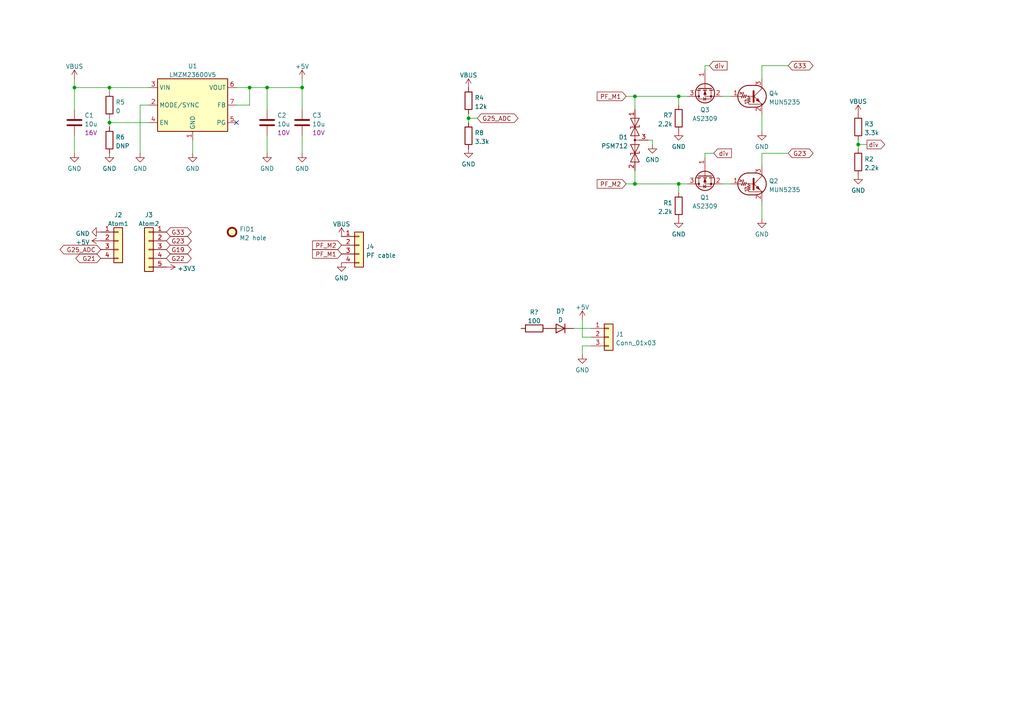
<source format=kicad_sch>
(kicad_sch (version 20211123) (generator eeschema)
  (paper "A4")
  (lib_symbols
    (symbol "Connector_Generic:Conn_01x03" (pin_names (offset 1.016) hide)
      (property "Reference" "J" (at 0 5.08 0))
      (property "Value" "Conn_01x03" (at 0 -5.08 0))
      (symbol "Conn_01x03_1_1"
        (rectangle (start -1.27 -2.413) (end 0 -2.667) (stroke (width 0.1524)))
        (rectangle (start -1.27 0.127) (end 0 -0.127) (stroke (width 0.1524)))
        (rectangle (start -1.27 2.667) (end 0 2.413) (stroke (width 0.1524)))
        (rectangle (start -1.27 3.81) (end 1.27 -3.81) (stroke (width 0.254)) (fill (type background)))
        (pin passive line (at -5.08 2.54 0) (length 3.81) (name "Pin_1") (number "1"))
        (pin passive line (at -5.08 0 0) (length 3.81) (name "Pin_2") (number "2"))
        (pin passive line (at -5.08 -2.54 0) (length 3.81) (name "Pin_3") (number "3"))
      )
    )
    (symbol "Connector_Generic:Conn_01x04" (pin_names (offset 1.016) hide)
      (property "Reference" "J" (at 0 5.08 0))
      (property "Value" "Conn_01x04" (at 0 -7.62 0))
      (symbol "Conn_01x04_1_1"
        (rectangle (start -1.27 -4.953) (end 0 -5.207) (stroke (width 0.1524)))
        (rectangle (start -1.27 -2.413) (end 0 -2.667) (stroke (width 0.1524)))
        (rectangle (start -1.27 0.127) (end 0 -0.127) (stroke (width 0.1524)))
        (rectangle (start -1.27 2.667) (end 0 2.413) (stroke (width 0.1524)))
        (rectangle (start -1.27 3.81) (end 1.27 -6.35) (stroke (width 0.254)) (fill (type background)))
        (pin passive line (at -5.08 2.54 0) (length 3.81) (name "Pin_1") (number "1"))
        (pin passive line (at -5.08 0 0) (length 3.81) (name "Pin_2") (number "2"))
        (pin passive line (at -5.08 -2.54 0) (length 3.81) (name "Pin_3") (number "3"))
        (pin passive line (at -5.08 -5.08 0) (length 3.81) (name "Pin_4") (number "4"))
      )
    )
    (symbol "Connector_Generic:Conn_01x05" (pin_names (offset 1.016) hide)
      (property "Reference" "J" (at 0 7.62 0))
      (property "Value" "Conn_01x05" (at 0 -7.62 0))
      (symbol "Conn_01x05_1_1"
        (rectangle (start -1.27 -4.953) (end 0 -5.207) (stroke (width 0.1524)))
        (rectangle (start -1.27 -2.413) (end 0 -2.667) (stroke (width 0.1524)))
        (rectangle (start -1.27 0.127) (end 0 -0.127) (stroke (width 0.1524)))
        (rectangle (start -1.27 2.667) (end 0 2.413) (stroke (width 0.1524)))
        (rectangle (start -1.27 5.207) (end 0 4.953) (stroke (width 0.1524)))
        (rectangle (start -1.27 6.35) (end 1.27 -6.35) (stroke (width 0.254)) (fill (type background)))
        (pin passive line (at -5.08 5.08 0) (length 3.81) (name "Pin_1") (number "1"))
        (pin passive line (at -5.08 2.54 0) (length 3.81) (name "Pin_2") (number "2"))
        (pin passive line (at -5.08 0 0) (length 3.81) (name "Pin_3") (number "3"))
        (pin passive line (at -5.08 -2.54 0) (length 3.81) (name "Pin_4") (number "4"))
        (pin passive line (at -5.08 -5.08 0) (length 3.81) (name "Pin_5") (number "5"))
      )
    )
    (symbol "Device:C" (pin_numbers hide) (pin_names (offset 0.254))
      (property "Reference" "C" (at 0.635 2.54 0))
      (property "Value" "C" (at 0.635 -2.54 0))
      (symbol "C_0_1"
        (polyline (pts (xy -2.032 -0.762) (xy 2.032 -0.762)) (stroke (width 0.508)))
        (polyline (pts (xy -2.032 0.762) (xy 2.032 0.762)) (stroke (width 0.508)))
      )
      (symbol "C_1_1"
        (pin passive line (at 0 3.81 270) (length 2.794) (name "~") (number "1"))
        (pin passive line (at 0 -3.81 90) (length 2.794) (name "~") (number "2"))
      )
    )
    (symbol "Device:D" (pin_numbers hide) (pin_names (offset 1.016) hide)
      (property "Reference" "D" (at 0 2.54 0))
      (property "Value" "D" (at 0 -2.54 0))
      (symbol "D_0_1"
        (polyline (pts (xy -1.27 1.27) (xy -1.27 -1.27)) (stroke (width 0.254)))
        (polyline (pts (xy 1.27 0) (xy -1.27 0)))
        (polyline (pts (xy 1.27 1.27) (xy 1.27 -1.27) (xy -1.27 0) (xy 1.27 1.27)) (stroke (width 0.254)))
      )
      (symbol "D_1_1"
        (pin passive line (at -3.81 0 0) (length 2.54) (name "K") (number "1"))
        (pin passive line (at 3.81 0 180) (length 2.54) (name "A") (number "2"))
      )
    )
    (symbol "Device:Q_NMOS_GSD" (pin_names (offset 0) hide)
      (property "Reference" "Q" (at 5.08 1.27 0))
      (property "Value" "Q_NMOS_GSD" (at 5.08 -1.27 0))
      (symbol "Q_NMOS_GSD_0_1"
        (polyline (pts (xy 0.254 0) (xy -2.54 0)))
        (polyline (pts (xy 0.254 1.905) (xy 0.254 -1.905)) (stroke (width 0.254)))
        (polyline (pts (xy 0.762 -1.27) (xy 0.762 -2.286)) (stroke (width 0.254)))
        (polyline (pts (xy 0.762 0.508) (xy 0.762 -0.508)) (stroke (width 0.254)))
        (polyline (pts (xy 0.762 2.286) (xy 0.762 1.27)) (stroke (width 0.254)))
        (polyline (pts (xy 2.54 2.54) (xy 2.54 1.778)))
        (polyline (pts (xy 2.54 -2.54) (xy 2.54 0) (xy 0.762 0)))
        (polyline (pts (xy 0.762 -1.778) (xy 3.302 -1.778) (xy 3.302 1.778) (xy 0.762 1.778)))
        (polyline (pts (xy 1.016 0) (xy 2.032 0.381) (xy 2.032 -0.381) (xy 1.016 0)) (fill (type outline)))
        (polyline (pts (xy 2.794 0.508) (xy 2.921 0.381) (xy 3.683 0.381) (xy 3.81 0.254)))
        (polyline (pts (xy 3.302 0.381) (xy 2.921 -0.254) (xy 3.683 -0.254) (xy 3.302 0.381)))
        (circle (center 1.651 0) (radius 2.794) (stroke (width 0.254)))
        (circle (center 2.54 -1.778) (radius 0.254) (fill (type outline)))
        (circle (center 2.54 1.778) (radius 0.254) (fill (type outline)))
      )
      (symbol "Q_NMOS_GSD_1_1"
        (pin input line (at -5.08 0 0) (length 2.54) (name "G") (number "1"))
        (pin passive line (at 2.54 -5.08 90) (length 2.54) (name "S") (number "2"))
        (pin passive line (at 2.54 5.08 270) (length 2.54) (name "D") (number "3"))
      )
    )
    (symbol "Device:R" (pin_numbers hide) (pin_names (offset 0))
      (property "Reference" "R" (at 2.032 0 90))
      (property "Value" "R" (at 0 0 90))
      (symbol "R_0_1"
        (rectangle (start -1.016 -2.54) (end 1.016 2.54) (stroke (width 0.254)))
      )
      (symbol "R_1_1"
        (pin passive line (at 0 3.81 270) (length 1.27) (name "~") (number "1"))
        (pin passive line (at 0 -3.81 90) (length 1.27) (name "~") (number "2"))
      )
    )
    (symbol "Diode:SM712_SOT23" (pin_names (offset 1.016) hide)
      (property "Reference" "D" (at 0 4.445 0))
      (property "Value" "SM712_SOT23" (at 0 2.54 0))
      (symbol "SM712_SOT23_0_0"
        (polyline (pts (xy 0 -1.27) (xy 0 0)))
      )
      (symbol "SM712_SOT23_0_1"
        (polyline (pts (xy -6.35 0) (xy 6.35 0)))
        (polyline (pts (xy -3.302 1.27) (xy -3.81 1.27) (xy -3.81 -1.27) (xy -4.318 -1.27)) (stroke (width 0.2032)))
        (polyline (pts (xy 4.318 1.27) (xy 3.81 1.27) (xy 3.81 -1.27) (xy 3.302 -1.27)) (stroke (width 0.2032)))
        (polyline (pts (xy -6.35 -1.27) (xy -1.27 1.27) (xy -1.27 -1.27) (xy -6.35 1.27) (xy -6.35 -1.27)) (stroke (width 0.2032)))
        (polyline (pts (xy 1.27 -1.27) (xy 1.27 1.27) (xy 6.35 -1.27) (xy 6.35 1.27) (xy 1.27 -1.27)) (stroke (width 0.2032)))
        (circle (center 0 0) (radius 0.254) (fill (type outline)))
      )
      (symbol "SM712_SOT23_1_1"
        (pin passive line (at -8.89 0 0) (length 2.54) (name "A1") (number "1"))
        (pin passive line (at 8.89 0 180) (length 2.54) (name "A2") (number "2"))
        (pin input line (at 0 -3.81 90) (length 2.54) (name "common") (number "3"))
      )
    )
    (symbol "Mechanical:Fiducial"
      (property "Reference" "FID" (at 0 5.08 0))
      (property "Value" "Fiducial" (at 0 3.175 0))
      (symbol "Fiducial_0_1"
        (circle (center 0 0) (radius 1.27) (stroke (width 0.508)) (fill (type background)))
      )
    )
    (symbol "Regulator_Switching:LMZM23600V5"
      (property "Reference" "U" (at -8.89 8.89 0))
      (property "Value" "LMZM23600V5" (at 6.35 8.89 0))
      (symbol "LMZM23600V5_0_1"
        (rectangle (start -10.16 7.62) (end 10.16 -7.62) (stroke (width 0.254)) (fill (type background)))
      )
      (symbol "LMZM23600V5_1_1"
        (pin power_in line (at 0 -10.16 90) (length 2.54) (name "GND") (number "1"))
        (pin no_connect line (at -2.54 -7.62 90) (length 2.54) hide (name "~") (number "10"))
        (pin passive line (at 0 -10.16 90) (length 2.54) hide (name "GND") (number "11"))
        (pin input line (at -12.7 0 0) (length 2.54) (name "MODE/SYNC") (number "2"))
        (pin power_in line (at -12.7 5.08 0) (length 2.54) (name "VIN") (number "3"))
        (pin input line (at -12.7 -5.08 0) (length 2.54) (name "EN") (number "4"))
        (pin open_collector line (at 12.7 -5.08 180) (length 2.54) (name "PG") (number "5"))
        (pin power_out line (at 12.7 5.08 180) (length 2.54) (name "VOUT") (number "6"))
        (pin input line (at 12.7 0 180) (length 2.54) (name "FB") (number "7"))
        (pin no_connect line (at 5.08 -7.62 90) (length 2.54) hide (name "~") (number "8"))
        (pin no_connect line (at 2.54 -7.62 90) (length 2.54) hide (name "~") (number "9"))
      )
    )
    (symbol "Transistor_BJT:DTC123J" (pin_names (offset 0) hide)
      (property "Reference" "Q" (at 5.08 1.905 0))
      (property "Value" "DTC123J" (at 5.08 0 0))
      (symbol "DTC123J_0_0"
        (text "2k2" (at -3.302 0.889 0) (effects (font (size 0.508 0.508))))
        (text "47k" (at -2.159 -1.524 900) (effects (font (size 0.508 0.508))))
      )
      (symbol "DTC123J_0_1"
        (circle (center -1.27 0) (radius 0.127))
        (arc (start -1.27 3.175) (mid -4.445 0) (end -1.27 -3.175) (stroke (width 0.254)))
        (polyline (pts (xy -3.429 0) (xy -3.81 0)))
        (polyline (pts (xy -1.27 -3.175) (xy 0.635 -3.175)) (stroke (width 0.254)))
        (polyline (pts (xy -1.27 3.175) (xy 0.635 3.175)) (stroke (width 0.254)))
        (polyline (pts (xy 0 -0.254) (xy 2.54 2.286)))
        (polyline (pts (xy 0.127 1.524) (xy 0.127 -1.651)) (stroke (width 0.508)) (fill (type outline)))
        (polyline (pts (xy 2.54 2.286) (xy 2.54 2.54)))
        (polyline (pts (xy 2.54 -2.286) (xy 0 0.254) (xy 0 0.254)))
        (polyline (pts (xy 0.889 -1.143) (xy 1.397 -0.635) (xy 1.905 -1.651) (xy 0.889 -1.143)) (fill (type outline)))
        (polyline (pts (xy 0 0) (xy -1.905 0) (xy -2.032 0.508) (xy -2.286 -0.508) (xy -2.54 0.508) (xy -2.794 -0.508) (xy -3.048 0.508) (xy -3.302 -0.508) (xy -3.429 0)))
        (polyline (pts (xy -1.27 0) (xy -1.27 -0.381) (xy -0.762 -0.508) (xy -1.778 -0.762) (xy -0.762 -1.016) (xy -1.778 -1.27) (xy -0.762 -1.524) (xy -1.778 -1.778) (xy -1.27 -1.905) (xy -1.27 -2.286) (xy 2.54 -2.286)))
        (arc (start 0.635 -3.175) (mid 3.81 0) (end 0.635 3.175) (stroke (width 0.254)))
        (circle (center 2.54 -2.286) (radius 0.127))
      )
      (symbol "DTC123J_1_1"
        (pin input line (at -6.35 0 0) (length 2.54) (name "B") (number "1"))
        (pin passive line (at 2.54 -5.08 90) (length 2.54) (name "E") (number "2"))
        (pin passive line (at 2.54 5.08 270) (length 2.54) (name "C") (number "3"))
      )
    )
    (symbol "power:+3.3V" (power) (pin_names (offset 0))
      (property "Value" "+3.3V" (at 0 3.556 0))
      (symbol "+3.3V_0_1"
        (polyline (pts (xy -0.762 1.27) (xy 0 2.54)))
        (polyline (pts (xy 0 0) (xy 0 2.54)))
        (polyline (pts (xy 0 2.54) (xy 0.762 1.27)))
      )
      (symbol "+3.3V_1_1"
        (pin power_in line (at 0 0 90) (length 0) hide (name "+3V3") (number "1"))
      )
    )
    (symbol "power:+5V" (power) (pin_names (offset 0))
      (property "Value" "+5V" (at 0 3.556 0))
      (symbol "+5V_0_1"
        (polyline (pts (xy -0.762 1.27) (xy 0 2.54)))
        (polyline (pts (xy 0 0) (xy 0 2.54)))
        (polyline (pts (xy 0 2.54) (xy 0.762 1.27)))
      )
      (symbol "+5V_1_1"
        (pin power_in line (at 0 0 90) (length 0) hide (name "+5V") (number "1"))
      )
    )
    (symbol "power:GND" (power) (pin_names (offset 0))
      (property "Value" "GND" (at 0 -3.81 0))
      (symbol "GND_0_1"
        (polyline (pts (xy 0 0) (xy 0 -1.27) (xy 1.27 -1.27) (xy 0 -2.54) (xy -1.27 -1.27) (xy 0 -1.27)))
      )
      (symbol "GND_1_1"
        (pin power_in line (at 0 0 270) (length 0) hide (name "GND") (number "1"))
      )
    )
    (symbol "power:VBUS" (power) (pin_names (offset 0))
      (property "Value" "VBUS" (at 0 3.81 0))
      (symbol "VBUS_0_1"
        (polyline (pts (xy -0.762 1.27) (xy 0 2.54)))
        (polyline (pts (xy 0 0) (xy 0 2.54)))
        (polyline (pts (xy 0 2.54) (xy 0.762 1.27)))
      )
      (symbol "VBUS_1_1"
        (pin power_in line (at 0 0 90) (length 0) hide (name "VBUS") (number "1"))
      )
    )
  )
  (junction (at 77.47 25.4))
  (junction (at 87.63 25.4))
  (junction (at 72.39 25.4))
  (junction (at 184.15 53.34))
  (junction (at 31.75 35.56))
  (junction (at 248.92 41.91))
  (junction (at 196.85 27.94))
  (junction (at 184.15 27.94))
  (junction (at 21.59 25.4))
  (junction (at 135.89 34.29))
  (junction (at 31.75 25.4))
  (junction (at 196.85 53.34))
  (no_connect (at 68.58 35.56))
  (wire (pts (xy 209.55 53.34) (xy 212.09 53.34)))
  (wire (pts (xy 220.98 58.42) (xy 220.98 63.5)))
  (wire (pts (xy 135.89 33.02) (xy 135.89 34.29)))
  (wire (pts (xy 205.74 19.05) (xy 204.47 19.05)))
  (wire (pts (xy 181.61 53.34) (xy 184.15 53.34)))
  (wire (pts (xy 248.92 40.64) (xy 248.92 41.91)))
  (wire (pts (xy 135.89 34.29) (xy 138.43 34.29)))
  (wire (pts (xy 21.59 25.4) (xy 31.75 25.4)))
  (wire (pts (xy 168.91 100.33) (xy 171.45 100.33)))
  (wire (pts (xy 40.64 30.48) (xy 40.64 44.45)))
  (wire (pts (xy 220.98 48.26) (xy 220.98 44.45)))
  (wire (pts (xy 220.98 22.86) (xy 220.98 19.05)))
  (wire (pts (xy 77.47 25.4) (xy 87.63 25.4)))
  (wire (pts (xy 168.91 97.79) (xy 168.91 92.71)))
  (wire (pts (xy 199.39 27.94) (xy 196.85 27.94)))
  (wire (pts (xy 31.75 25.4) (xy 43.18 25.4)))
  (wire (pts (xy 187.96 40.64) (xy 189.23 40.64)))
  (wire (pts (xy 72.39 25.4) (xy 72.39 30.48)))
  (wire (pts (xy 196.85 53.34) (xy 196.85 55.88)))
  (wire (pts (xy 189.23 40.64) (xy 189.23 41.91)))
  (wire (pts (xy 43.18 30.48) (xy 40.64 30.48)))
  (wire (pts (xy 55.88 40.64) (xy 55.88 44.45)))
  (wire (pts (xy 21.59 39.37) (xy 21.59 44.45)))
  (wire (pts (xy 199.39 53.34) (xy 196.85 53.34)))
  (wire (pts (xy 77.47 39.37) (xy 77.47 44.45)))
  (wire (pts (xy 196.85 27.94) (xy 196.85 30.48)))
  (wire (pts (xy 171.45 97.79) (xy 168.91 97.79)))
  (wire (pts (xy 184.15 53.34) (xy 196.85 53.34)))
  (wire (pts (xy 68.58 30.48) (xy 72.39 30.48)))
  (wire (pts (xy 184.15 49.53) (xy 184.15 53.34)))
  (wire (pts (xy 204.47 19.05) (xy 204.47 20.32)))
  (wire (pts (xy 168.91 102.87) (xy 168.91 100.33)))
  (wire (pts (xy 135.89 34.29) (xy 135.89 35.56)))
  (wire (pts (xy 31.75 34.29) (xy 31.75 35.56)))
  (wire (pts (xy 77.47 25.4) (xy 77.47 31.75)))
  (wire (pts (xy 87.63 39.37) (xy 87.63 44.45)))
  (wire (pts (xy 184.15 27.94) (xy 184.15 31.75)))
  (wire (pts (xy 31.75 35.56) (xy 31.75 36.83)))
  (wire (pts (xy 21.59 25.4) (xy 21.59 31.75)))
  (wire (pts (xy 21.59 22.86) (xy 21.59 25.4)))
  (wire (pts (xy 68.58 25.4) (xy 72.39 25.4)))
  (wire (pts (xy 207.01 44.45) (xy 204.47 44.45)))
  (wire (pts (xy 248.92 41.91) (xy 248.92 43.18)))
  (wire (pts (xy 220.98 44.45) (xy 228.6 44.45)))
  (wire (pts (xy 204.47 44.45) (xy 204.47 45.72)))
  (wire (pts (xy 87.63 25.4) (xy 87.63 31.75)))
  (wire (pts (xy 220.98 33.02) (xy 220.98 38.1)))
  (wire (pts (xy 209.55 27.94) (xy 212.09 27.94)))
  (wire (pts (xy 72.39 25.4) (xy 77.47 25.4)))
  (wire (pts (xy 181.61 27.94) (xy 184.15 27.94)))
  (wire (pts (xy 166.37 95.25) (xy 171.45 95.25)))
  (wire (pts (xy 31.75 25.4) (xy 31.75 26.67)))
  (wire (pts (xy 31.75 35.56) (xy 43.18 35.56)))
  (wire (pts (xy 87.63 22.86) (xy 87.63 25.4)))
  (wire (pts (xy 248.92 41.91) (xy 251.46 41.91)))
  (wire (pts (xy 220.98 19.05) (xy 228.6 19.05)))
  (wire (pts (xy 184.15 27.94) (xy 196.85 27.94)))
  (global_label "PF_M2" (shape input) (at 99.06 71.12 180) (property "Intersheet References" "${INTERSHEET_REFS}" (effects hide)))
  (global_label "G25_ADC" (shape bidirectional) (at 29.21 72.39 180) (property "Intersheet References" "${INTERSHEET_REFS}" (effects hide)))
  (global_label "div" (shape input) (at 207.01 44.45 0) (property "Intersheet References" "${INTERSHEET_REFS}" (effects hide)))
  (global_label "G22" (shape bidirectional) (at 48.26 74.93 0) (property "Intersheet References" "${INTERSHEET_REFS}" (effects hide)))
  (global_label "PF_M1" (shape input) (at 99.06 73.66 180) (property "Intersheet References" "${INTERSHEET_REFS}" (effects hide)))
  (global_label "G33" (shape bidirectional) (at 48.26 67.31 0) (property "Intersheet References" "${INTERSHEET_REFS}" (effects hide)))
  (global_label "G33" (shape bidirectional) (at 228.6 19.05 0) (property "Intersheet References" "${INTERSHEET_REFS}" (effects hide)))
  (global_label "G23" (shape bidirectional) (at 228.6 44.45 0) (property "Intersheet References" "${INTERSHEET_REFS}" (effects hide)))
  (global_label "PF_M1" (shape input) (at 181.61 27.94 180) (property "Intersheet References" "${INTERSHEET_REFS}" (effects hide)))
  (global_label "div" (shape output) (at 251.46 41.91 0) (property "Intersheet References" "${INTERSHEET_REFS}" (effects hide)))
  (global_label "G19" (shape bidirectional) (at 48.26 72.39 0) (property "Intersheet References" "${INTERSHEET_REFS}" (effects hide)))
  (global_label "div" (shape input) (at 205.74 19.05 0) (property "Intersheet References" "${INTERSHEET_REFS}" (effects hide)))
  (global_label "G21" (shape bidirectional) (at 29.21 74.93 180) (property "Intersheet References" "${INTERSHEET_REFS}" (effects hide)))
  (global_label "G23" (shape bidirectional) (at 48.26 69.85 0) (property "Intersheet References" "${INTERSHEET_REFS}" (effects hide)))
  (global_label "G25_ADC" (shape bidirectional) (at 138.43 34.29 0) (property "Intersheet References" "${INTERSHEET_REFS}" (effects hide)))
  (global_label "PF_M2" (shape input) (at 181.61 53.34 180) (property "Intersheet References" "${INTERSHEET_REFS}" (effects hide)))
  (symbol (lib_id "Device:R") (at 31.75 30.48 0) (unit 1)
    (property "Reference" "R5" (at 33.528 29.6453 0) (effects (justify left)))
    (property "Value" "0" (at 33.528 32.1822 0) (effects (justify left)))
    (property "Footprint" "Resistor_SMD:R_0402_1005Metric" (effects hide))
  )
  (symbol (lib_id "power:+3.3V") (at 48.26 77.47 270) (unit 1)
    (property "Reference" "#PWR0112" (effects hide))
    (property "Value" "+3.3V" (at 51.435 77.9038 90) (effects (justify left)))
  )
  (symbol (lib_id "power:GND") (at 196.85 63.5 0) (unit 1)
    (property "Reference" "#PWR0101" (effects hide))
    (property "Value" "GND" (at 196.85 67.9434 0))
  )
  (symbol (lib_id "Transistor_BJT:DTC123J") (at 218.44 53.34 0) (unit 1)
    (property "Reference" "Q2" (at 223.012 52.5053 0) (effects (justify left)))
    (property "Value" "MUN5235" (at 223.012 55.0422 0) (effects (justify left)))
    (property "Footprint" "Package_TO_SOT_SMD:SOT-323_SC-70" (effects hide))
  )
  (symbol (lib_id "power:GND") (at 21.59 44.45 0) (unit 1)
    (property "Reference" "#PWR0109" (effects hide))
    (property "Value" "GND" (at 21.59 48.8934 0))
  )
  (symbol (lib_id "Device:R") (at 31.75 40.64 0) (unit 1)
    (property "Reference" "R6" (at 33.528 39.8053 0) (effects (justify left)))
    (property "Value" "DNP" (at 33.528 42.3422 0) (effects (justify left)))
    (property "Footprint" "Resistor_SMD:R_0402_1005Metric" (effects hide))
  )
  (symbol (lib_id "power:GND") (at 99.06 76.2 0) (unit 1)
    (property "Reference" "#PWR0113" (effects hide))
    (property "Value" "GND" (at 99.06 80.6434 0))
  )
  (symbol (lib_id "power:GND") (at 29.21 67.31 270) (unit 1)
    (property "Reference" "#PWR0110" (effects hide))
    (property "Value" "GND" (at 26.0351 67.7438 90) (effects (justify right)))
  )
  (symbol (lib_id "Device:R") (at 135.89 39.37 0) (unit 1)
    (property "Reference" "R8" (at 137.668 38.5353 0) (effects (justify left)))
    (property "Value" "3.3k" (at 137.668 41.0722 0) (effects (justify left)))
    (property "Footprint" "Resistor_SMD:R_0402_1005Metric" (effects hide))
  )
  (symbol (lib_id "Device:R") (at 196.85 59.69 0) (unit 1)
    (property "Reference" "R1" (at 195.0721 58.8553 0) (effects (justify right)))
    (property "Value" "2.2k" (at 195.0721 61.3922 0) (effects (justify right)))
    (property "Footprint" "Resistor_SMD:R_0805_2012Metric" (effects hide))
  )
  (symbol (lib_id "power:GND") (at 135.89 43.18 0) (unit 1)
    (property "Reference" "#PWR0117" (effects hide))
    (property "Value" "GND" (at 135.89 47.6234 0))
  )
  (symbol (lib_id "Connector_Generic:Conn_01x04") (at 34.29 69.85 0) (unit 1)
    (property "Reference" "J2" (at 34.29 62.3402 0))
    (property "Value" "Atom1" (at 34.29 64.8771 0))
    (property "Footprint" "Connector_PinHeader_2.54mm:PinHeader_1x04_P2.54mm_Vertical" (effects hide))
  )
  (symbol (lib_id "Connector_Generic:Conn_01x04") (at 104.14 71.12 0) (unit 1)
    (property "Reference" "J4" (at 106.172 71.5553 0) (effects (justify left)))
    (property "Value" "PF cable" (at 106.172 74.0922 0) (effects (justify left)))
    (property "Footprint" "Connector_PinHeader_1.27mm:PinHeader_1x04_P1.27mm_Vertical" (effects hide))
  )
  (symbol (lib_id "power:GND") (at 220.98 38.1 0) (unit 1)
    (property "Reference" "#PWR0120" (effects hide))
    (property "Value" "GND" (at 220.98 42.5434 0))
  )
  (symbol (lib_id "power:GND") (at 55.88 44.45 0) (unit 1)
    (property "Reference" "#PWR0105" (effects hide))
    (property "Value" "GND" (at 55.88 48.8934 0))
  )
  (symbol (lib_id "Device:C") (at 87.63 35.56 0) (unit 1)
    (property "Reference" "C3" (at 90.551 33.4569 0) (effects (justify left)))
    (property "Value" "10u" (at 90.551 35.9938 0) (effects (justify left)))
    (property "Footprint" "Capacitor_SMD:C_0805_2012Metric" (effects hide))
    (property "Rating" "10V" (at 90.551 38.5307 0) (effects (justify left)))
  )
  (symbol (lib_id "power:GND") (at 189.23 41.91 0) (unit 1)
    (property "Reference" "#PWR0104" (effects hide))
    (property "Value" "GND" (at 189.23 46.3534 0))
  )
  (symbol (lib_id "Device:R") (at 135.89 29.21 0) (unit 1)
    (property "Reference" "R4" (at 137.668 28.3753 0) (effects (justify left)))
    (property "Value" "12k" (at 137.668 30.9122 0) (effects (justify left)))
    (property "Footprint" "Resistor_SMD:R_0402_1005Metric" (effects hide))
  )
  (symbol (lib_id "Connector_Generic:Conn_01x05") (at 43.18 72.39 0) (mirror y) (unit 1)
    (property "Reference" "J3" (at 43.18 62.3402 0))
    (property "Value" "Atom2" (at 43.18 64.8771 0))
    (property "Footprint" "Connector_PinHeader_2.54mm:PinHeader_1x05_P2.54mm_Vertical" (effects hide))
  )
  (symbol (lib_id "power:GND") (at 87.63 44.45 0) (unit 1)
    (property "Reference" "#PWR0115" (effects hide))
    (property "Value" "GND" (at 87.63 48.8934 0))
  )
  (symbol (lib_id "power:GND") (at 31.75 44.45 0) (unit 1)
    (property "Reference" "#PWR0108" (effects hide))
    (property "Value" "GND" (at 31.75 48.8934 0))
  )
  (symbol (lib_id "Device:Q_NMOS_GSD") (at 204.47 25.4 90) (mirror x) (unit 1)
    (property "Reference" "Q3" (at 204.47 31.8754 90))
    (property "Value" "AS2309" (at 204.47 34.4123 90))
    (property "Footprint" "Package_TO_SOT_SMD:SOT-23" (effects hide))
  )
  (symbol (lib_id "power:GND") (at 248.92 50.8 0) (unit 1)
    (property "Reference" "#PWR0103" (effects hide))
    (property "Value" "GND" (at 248.92 55.2434 0))
  )
  (symbol (lib_id "power:+5V") (at 168.91 92.71 0) (unit 1)
    (property "Reference" "#PWR?" (effects hide))
    (property "Value" "+5V" (at 168.91 89.1342 0))
  )
  (symbol (lib_id "Device:R") (at 196.85 34.29 0) (unit 1)
    (property "Reference" "R7" (at 195.0721 33.4553 0) (effects (justify right)))
    (property "Value" "2.2k" (at 195.0721 35.9922 0) (effects (justify right)))
    (property "Footprint" "Resistor_SMD:R_0805_2012Metric" (effects hide))
  )
  (symbol (lib_id "power:GND") (at 40.64 44.45 0) (unit 1)
    (property "Reference" "#PWR0107" (effects hide))
    (property "Value" "GND" (at 40.64 48.8934 0))
  )
  (symbol (lib_id "Connector_Generic:Conn_01x03") (at 176.53 97.79 0) (unit 1)
    (property "Reference" "J1" (at 178.562 96.9553 0) (effects (justify left)))
    (property "Value" "Conn_01x03" (at 178.562 99.4922 0) (effects (justify left)))
    (property "Footprint" "Connector_PinHeader_2.54mm:PinHeader_1x03_P2.54mm_Horizontal" (effects hide))
  )
  (symbol (lib_id "Transistor_BJT:DTC123J") (at 218.44 27.94 0) (unit 1)
    (property "Reference" "Q4" (at 223.012 27.1053 0) (effects (justify left)))
    (property "Value" "MUN5235" (at 223.012 29.6422 0) (effects (justify left)))
    (property "Footprint" "Package_TO_SOT_SMD:SOT-323_SC-70" (effects hide))
  )
  (symbol (lib_id "power:GND") (at 77.47 44.45 0) (unit 1)
    (property "Reference" "#PWR0114" (effects hide))
    (property "Value" "GND" (at 77.47 48.8934 0))
  )
  (symbol (lib_id "power:VBUS") (at 248.92 33.02 0) (unit 1)
    (property "Reference" "#PWR0121" (effects hide))
    (property "Value" "VBUS" (at 248.92 29.4442 0))
  )
  (symbol (lib_id "power:VBUS") (at 99.06 68.58 0) (unit 1)
    (property "Reference" "#PWR0122" (effects hide))
    (property "Value" "VBUS" (at 99.06 65.0042 0))
  )
  (symbol (lib_id "Regulator_Switching:LMZM23600V5") (at 55.88 30.48 0) (unit 1)
    (property "Reference" "U1" (at 55.88 19.1602 0))
    (property "Value" "LMZM23600V5" (at 55.88 21.6971 0))
    (property "Footprint" "Package_LGA:Texas_SIL0010A_MicroSiP-10-1EP_3.8x3mm_P0.6mm_EP0.7x2.9mm_ThermalVias" (effects hide))
    (property "Datasheet" "http://www.ti.com/lit/ds/symlink/lmzm23600.pdf" (effects hide))
  )
  (symbol (lib_id "Device:C") (at 21.59 35.56 0) (unit 1)
    (property "Reference" "C1" (at 24.511 33.4569 0) (effects (justify left)))
    (property "Value" "10u" (at 24.511 35.9938 0) (effects (justify left)))
    (property "Footprint" "Capacitor_SMD:C_1206_3216Metric" (effects hide))
    (property "Rating" "16V" (at 24.511 38.5307 0) (effects (justify left)))
  )
  (symbol (lib_id "Device:R") (at 154.94 95.25 90) (unit 1)
    (property "Reference" "R?" (at 154.94 90.5342 90))
    (property "Value" "100" (at 154.94 93.0711 90))
    (property "Footprint" "Resistor_SMD:R_0402_1005Metric" (effects hide))
  )
  (symbol (lib_id "power:+5V") (at 87.63 22.86 0) (unit 1)
    (property "Reference" "#PWR0116" (effects hide))
    (property "Value" "+5V" (at 87.63 19.2842 0))
  )
  (symbol (lib_id "power:GND") (at 168.91 102.87 0) (unit 1)
    (property "Reference" "#PWR?" (effects hide))
    (property "Value" "GND" (at 168.91 107.3134 0))
  )
  (symbol (lib_id "Mechanical:Fiducial") (at 67.31 67.31 0) (unit 1)
    (property "Reference" "FID1" (at 69.469 66.4753 0) (effects (justify left)))
    (property "Value" "M2 hole" (at 69.469 69.0122 0) (effects (justify left)))
    (property "Footprint" "MountingHole:MountingHole_2.2mm_M2" (effects hide))
  )
  (symbol (lib_id "power:GND") (at 196.85 38.1 0) (unit 1)
    (property "Reference" "#PWR0102" (effects hide))
    (property "Value" "GND" (at 196.85 42.5434 0))
  )
  (symbol (lib_id "Device:Q_NMOS_GSD") (at 204.47 50.8 90) (mirror x) (unit 1)
    (property "Reference" "Q1" (at 204.47 57.2754 90))
    (property "Value" "AS2309" (at 204.47 59.8123 90))
    (property "Footprint" "Package_TO_SOT_SMD:SOT-23" (effects hide))
  )
  (symbol (lib_id "Device:C") (at 77.47 35.56 0) (unit 1)
    (property "Reference" "C2" (at 80.391 33.4569 0) (effects (justify left)))
    (property "Value" "10u" (at 80.391 35.9938 0) (effects (justify left)))
    (property "Footprint" "Capacitor_SMD:C_0805_2012Metric" (effects hide))
    (property "Rating" "10V" (at 80.391 38.5307 0) (effects (justify left)))
  )
  (symbol (lib_id "power:+5V") (at 29.21 69.85 90) (unit 1)
    (property "Reference" "#PWR0111" (effects hide))
    (property "Value" "+5V" (at 26.0351 70.2838 90) (effects (justify left)))
  )
  (symbol (lib_id "power:VBUS") (at 21.59 22.86 0) (unit 1)
    (property "Reference" "#PWR0106" (effects hide))
    (property "Value" "VBUS" (at 21.59 19.2842 0))
  )
  (symbol (lib_id "power:GND") (at 220.98 63.5 0) (unit 1)
    (property "Reference" "#PWR0119" (effects hide))
    (property "Value" "GND" (at 220.98 67.9434 0))
  )
  (symbol (lib_id "Device:R") (at 248.92 36.83 0) (unit 1)
    (property "Reference" "R3" (at 250.698 35.9953 0) (effects (justify left)))
    (property "Value" "3.3k" (at 250.698 38.5322 0) (effects (justify left)))
    (property "Footprint" "Resistor_SMD:R_0402_1005Metric" (effects hide))
  )
  (symbol (lib_id "Diode:SM712_SOT23") (at 184.15 40.64 90) (mirror x) (unit 1)
    (property "Reference" "D1" (at 182.1435 39.8053 90) (effects (justify left)))
    (property "Value" "PSM712" (at 182.1435 42.3422 90) (effects (justify left)))
    (property "Footprint" "Package_TO_SOT_SMD:SOT-23" (effects hide))
  )
  (symbol (lib_id "Device:D") (at 162.56 95.25 180) (unit 1)
    (property "Reference" "D?" (at 162.56 90.2802 0))
    (property "Value" "D" (at 162.56 92.8171 0))
  )
  (symbol (lib_id "Device:R") (at 248.92 46.99 0) (unit 1)
    (property "Reference" "R2" (at 250.698 46.1553 0) (effects (justify left)))
    (property "Value" "2.2k" (at 250.698 48.6922 0) (effects (justify left)))
    (property "Footprint" "Resistor_SMD:R_0402_1005Metric" (effects hide))
  )
  (symbol (lib_id "power:VBUS") (at 135.89 25.4 0) (unit 1)
    (property "Reference" "#PWR0118" (effects hide))
    (property "Value" "VBUS" (at 135.89 21.8242 0))
  )
)
</source>
